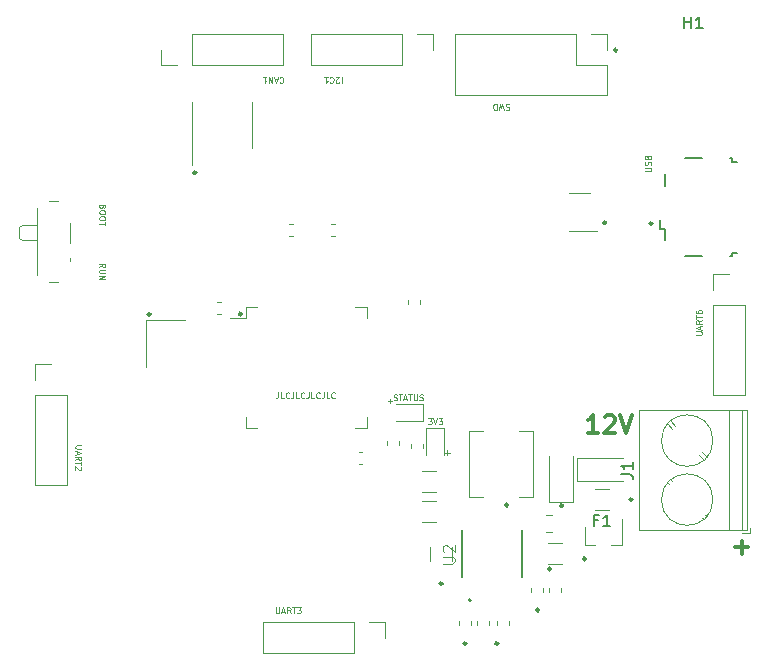
<source format=gbr>
G04 #@! TF.GenerationSoftware,KiCad,Pcbnew,5.1.5+dfsg1-2build2*
G04 #@! TF.CreationDate,2020-10-21T13:18:50+02:00*
G04 #@! TF.ProjectId,test_board,74657374-5f62-46f6-9172-642e6b696361,rev?*
G04 #@! TF.SameCoordinates,Original*
G04 #@! TF.FileFunction,Legend,Top*
G04 #@! TF.FilePolarity,Positive*
%FSLAX46Y46*%
G04 Gerber Fmt 4.6, Leading zero omitted, Abs format (unit mm)*
G04 Created by KiCad (PCBNEW 5.1.5+dfsg1-2build2) date 2020-10-21 13:18:50*
%MOMM*%
%LPD*%
G04 APERTURE LIST*
%ADD10C,0.100000*%
%ADD11C,0.300000*%
%ADD12C,0.250000*%
%ADD13C,0.120000*%
%ADD14C,0.150000*%
%ADD15C,0.200000*%
%ADD16C,0.127000*%
%ADD17C,0.015000*%
G04 APERTURE END LIST*
D10*
X47170476Y-113856190D02*
X47170476Y-114213333D01*
X47146666Y-114284761D01*
X47099047Y-114332380D01*
X47027619Y-114356190D01*
X46980000Y-114356190D01*
X47646666Y-114356190D02*
X47408571Y-114356190D01*
X47408571Y-113856190D01*
X48099047Y-114308571D02*
X48075238Y-114332380D01*
X48003809Y-114356190D01*
X47956190Y-114356190D01*
X47884761Y-114332380D01*
X47837142Y-114284761D01*
X47813333Y-114237142D01*
X47789523Y-114141904D01*
X47789523Y-114070476D01*
X47813333Y-113975238D01*
X47837142Y-113927619D01*
X47884761Y-113880000D01*
X47956190Y-113856190D01*
X48003809Y-113856190D01*
X48075238Y-113880000D01*
X48099047Y-113903809D01*
X48456190Y-113856190D02*
X48456190Y-114213333D01*
X48432380Y-114284761D01*
X48384761Y-114332380D01*
X48313333Y-114356190D01*
X48265714Y-114356190D01*
X48932380Y-114356190D02*
X48694285Y-114356190D01*
X48694285Y-113856190D01*
X49384761Y-114308571D02*
X49360952Y-114332380D01*
X49289523Y-114356190D01*
X49241904Y-114356190D01*
X49170476Y-114332380D01*
X49122857Y-114284761D01*
X49099047Y-114237142D01*
X49075238Y-114141904D01*
X49075238Y-114070476D01*
X49099047Y-113975238D01*
X49122857Y-113927619D01*
X49170476Y-113880000D01*
X49241904Y-113856190D01*
X49289523Y-113856190D01*
X49360952Y-113880000D01*
X49384761Y-113903809D01*
X49741904Y-113856190D02*
X49741904Y-114213333D01*
X49718095Y-114284761D01*
X49670476Y-114332380D01*
X49599047Y-114356190D01*
X49551428Y-114356190D01*
X50218095Y-114356190D02*
X49980000Y-114356190D01*
X49980000Y-113856190D01*
X50670476Y-114308571D02*
X50646666Y-114332380D01*
X50575238Y-114356190D01*
X50527619Y-114356190D01*
X50456190Y-114332380D01*
X50408571Y-114284761D01*
X50384761Y-114237142D01*
X50360952Y-114141904D01*
X50360952Y-114070476D01*
X50384761Y-113975238D01*
X50408571Y-113927619D01*
X50456190Y-113880000D01*
X50527619Y-113856190D01*
X50575238Y-113856190D01*
X50646666Y-113880000D01*
X50670476Y-113903809D01*
X51027619Y-113856190D02*
X51027619Y-114213333D01*
X51003809Y-114284761D01*
X50956190Y-114332380D01*
X50884761Y-114356190D01*
X50837142Y-114356190D01*
X51503809Y-114356190D02*
X51265714Y-114356190D01*
X51265714Y-113856190D01*
X51956190Y-114308571D02*
X51932380Y-114332380D01*
X51860952Y-114356190D01*
X51813333Y-114356190D01*
X51741904Y-114332380D01*
X51694285Y-114284761D01*
X51670476Y-114237142D01*
X51646666Y-114141904D01*
X51646666Y-114070476D01*
X51670476Y-113975238D01*
X51694285Y-113927619D01*
X51741904Y-113880000D01*
X51813333Y-113856190D01*
X51860952Y-113856190D01*
X51932380Y-113880000D01*
X51956190Y-113903809D01*
D11*
X85818571Y-126977142D02*
X86961428Y-126977142D01*
X86390000Y-127548571D02*
X86390000Y-126405714D01*
D12*
X75850000Y-84870000D02*
G75*
G03X75850000Y-84870000I-120000J0D01*
G01*
X78850000Y-99550000D02*
G75*
G03X78850000Y-99550000I-120000J0D01*
G01*
D10*
X56449523Y-114565714D02*
X56830476Y-114565714D01*
X56640000Y-114756190D02*
X56640000Y-114375238D01*
X61299523Y-118965714D02*
X61680476Y-118965714D01*
X61490000Y-119156190D02*
X61490000Y-118775238D01*
D12*
X44070000Y-107220000D02*
G75*
G03X44070000Y-107220000I-120000J0D01*
G01*
X36350000Y-107240000D02*
G75*
G03X36350000Y-107240000I-120000J0D01*
G01*
X40210000Y-95240000D02*
G75*
G03X40210000Y-95240000I-120000J0D01*
G01*
X74920000Y-99480000D02*
G75*
G03X74920000Y-99480000I-120000J0D01*
G01*
X66630000Y-123380000D02*
G75*
G03X66630000Y-123380000I-120000J0D01*
G01*
X71270000Y-123440000D02*
G75*
G03X71270000Y-123440000I-120000J0D01*
G01*
X77160000Y-122930000D02*
G75*
G03X77160000Y-122930000I-120000J0D01*
G01*
X73210000Y-127950000D02*
G75*
G03X73210000Y-127950000I-120000J0D01*
G01*
X70260000Y-128800000D02*
G75*
G03X70260000Y-128800000I-120000J0D01*
G01*
X69260000Y-132270000D02*
G75*
G03X69260000Y-132270000I-120000J0D01*
G01*
X65780000Y-135110000D02*
G75*
G03X65780000Y-135110000I-120000J0D01*
G01*
X63090000Y-135120000D02*
G75*
G03X63090000Y-135120000I-120000J0D01*
G01*
X61080000Y-130050000D02*
G75*
G03X61080000Y-130050000I-120000J0D01*
G01*
D10*
X59832952Y-116058190D02*
X60142476Y-116058190D01*
X59975809Y-116248666D01*
X60047238Y-116248666D01*
X60094857Y-116272476D01*
X60118666Y-116296285D01*
X60142476Y-116343904D01*
X60142476Y-116462952D01*
X60118666Y-116510571D01*
X60094857Y-116534380D01*
X60047238Y-116558190D01*
X59904380Y-116558190D01*
X59856761Y-116534380D01*
X59832952Y-116510571D01*
X60285333Y-116058190D02*
X60452000Y-116558190D01*
X60618666Y-116058190D01*
X60737714Y-116058190D02*
X61047238Y-116058190D01*
X60880571Y-116248666D01*
X60952000Y-116248666D01*
X60999619Y-116272476D01*
X61023428Y-116296285D01*
X61047238Y-116343904D01*
X61047238Y-116462952D01*
X61023428Y-116510571D01*
X60999619Y-116534380D01*
X60952000Y-116558190D01*
X60809142Y-116558190D01*
X60761523Y-116534380D01*
X60737714Y-116510571D01*
X56927904Y-114502380D02*
X56999333Y-114526190D01*
X57118380Y-114526190D01*
X57166000Y-114502380D01*
X57189809Y-114478571D01*
X57213619Y-114430952D01*
X57213619Y-114383333D01*
X57189809Y-114335714D01*
X57166000Y-114311904D01*
X57118380Y-114288095D01*
X57023142Y-114264285D01*
X56975523Y-114240476D01*
X56951714Y-114216666D01*
X56927904Y-114169047D01*
X56927904Y-114121428D01*
X56951714Y-114073809D01*
X56975523Y-114050000D01*
X57023142Y-114026190D01*
X57142190Y-114026190D01*
X57213619Y-114050000D01*
X57356476Y-114026190D02*
X57642190Y-114026190D01*
X57499333Y-114526190D02*
X57499333Y-114026190D01*
X57785047Y-114383333D02*
X58023142Y-114383333D01*
X57737428Y-114526190D02*
X57904095Y-114026190D01*
X58070761Y-114526190D01*
X58166000Y-114026190D02*
X58451714Y-114026190D01*
X58308857Y-114526190D02*
X58308857Y-114026190D01*
X58618380Y-114026190D02*
X58618380Y-114430952D01*
X58642190Y-114478571D01*
X58666000Y-114502380D01*
X58713619Y-114526190D01*
X58808857Y-114526190D01*
X58856476Y-114502380D01*
X58880285Y-114478571D01*
X58904095Y-114430952D01*
X58904095Y-114026190D01*
X59118380Y-114502380D02*
X59189809Y-114526190D01*
X59308857Y-114526190D01*
X59356476Y-114502380D01*
X59380285Y-114478571D01*
X59404095Y-114430952D01*
X59404095Y-114383333D01*
X59380285Y-114335714D01*
X59356476Y-114311904D01*
X59308857Y-114288095D01*
X59213619Y-114264285D01*
X59166000Y-114240476D01*
X59142190Y-114216666D01*
X59118380Y-114169047D01*
X59118380Y-114121428D01*
X59142190Y-114073809D01*
X59166000Y-114050000D01*
X59213619Y-114026190D01*
X59332666Y-114026190D01*
X59404095Y-114050000D01*
X32031809Y-103262952D02*
X32269904Y-103096285D01*
X32031809Y-102977238D02*
X32531809Y-102977238D01*
X32531809Y-103167714D01*
X32508000Y-103215333D01*
X32484190Y-103239142D01*
X32436571Y-103262952D01*
X32365142Y-103262952D01*
X32317523Y-103239142D01*
X32293714Y-103215333D01*
X32269904Y-103167714D01*
X32269904Y-102977238D01*
X32531809Y-103477238D02*
X32127047Y-103477238D01*
X32079428Y-103501047D01*
X32055619Y-103524857D01*
X32031809Y-103572476D01*
X32031809Y-103667714D01*
X32055619Y-103715333D01*
X32079428Y-103739142D01*
X32127047Y-103762952D01*
X32531809Y-103762952D01*
X32031809Y-104001047D02*
X32531809Y-104001047D01*
X32031809Y-104286761D01*
X32531809Y-104286761D01*
X32293714Y-98127428D02*
X32269904Y-98198857D01*
X32246095Y-98222666D01*
X32198476Y-98246476D01*
X32127047Y-98246476D01*
X32079428Y-98222666D01*
X32055619Y-98198857D01*
X32031809Y-98151238D01*
X32031809Y-97960761D01*
X32531809Y-97960761D01*
X32531809Y-98127428D01*
X32508000Y-98175047D01*
X32484190Y-98198857D01*
X32436571Y-98222666D01*
X32388952Y-98222666D01*
X32341333Y-98198857D01*
X32317523Y-98175047D01*
X32293714Y-98127428D01*
X32293714Y-97960761D01*
X32531809Y-98556000D02*
X32531809Y-98651238D01*
X32508000Y-98698857D01*
X32460380Y-98746476D01*
X32365142Y-98770285D01*
X32198476Y-98770285D01*
X32103238Y-98746476D01*
X32055619Y-98698857D01*
X32031809Y-98651238D01*
X32031809Y-98556000D01*
X32055619Y-98508380D01*
X32103238Y-98460761D01*
X32198476Y-98436952D01*
X32365142Y-98436952D01*
X32460380Y-98460761D01*
X32508000Y-98508380D01*
X32531809Y-98556000D01*
X32531809Y-99079809D02*
X32531809Y-99175047D01*
X32508000Y-99222666D01*
X32460380Y-99270285D01*
X32365142Y-99294095D01*
X32198476Y-99294095D01*
X32103238Y-99270285D01*
X32055619Y-99222666D01*
X32031809Y-99175047D01*
X32031809Y-99079809D01*
X32055619Y-99032190D01*
X32103238Y-98984571D01*
X32198476Y-98960761D01*
X32365142Y-98960761D01*
X32460380Y-98984571D01*
X32508000Y-99032190D01*
X32531809Y-99079809D01*
X32531809Y-99436952D02*
X32531809Y-99722666D01*
X32031809Y-99579809D02*
X32531809Y-99579809D01*
X78212190Y-95118952D02*
X78616952Y-95118952D01*
X78664571Y-95095142D01*
X78688380Y-95071333D01*
X78712190Y-95023714D01*
X78712190Y-94928476D01*
X78688380Y-94880857D01*
X78664571Y-94857047D01*
X78616952Y-94833238D01*
X78212190Y-94833238D01*
X78688380Y-94618952D02*
X78712190Y-94547523D01*
X78712190Y-94428476D01*
X78688380Y-94380857D01*
X78664571Y-94357047D01*
X78616952Y-94333238D01*
X78569333Y-94333238D01*
X78521714Y-94357047D01*
X78497904Y-94380857D01*
X78474095Y-94428476D01*
X78450285Y-94523714D01*
X78426476Y-94571333D01*
X78402666Y-94595142D01*
X78355047Y-94618952D01*
X78307428Y-94618952D01*
X78259809Y-94595142D01*
X78236000Y-94571333D01*
X78212190Y-94523714D01*
X78212190Y-94404666D01*
X78236000Y-94333238D01*
X78450285Y-93952285D02*
X78474095Y-93880857D01*
X78497904Y-93857047D01*
X78545523Y-93833238D01*
X78616952Y-93833238D01*
X78664571Y-93857047D01*
X78688380Y-93880857D01*
X78712190Y-93928476D01*
X78712190Y-94118952D01*
X78212190Y-94118952D01*
X78212190Y-93952285D01*
X78236000Y-93904666D01*
X78259809Y-93880857D01*
X78307428Y-93857047D01*
X78355047Y-93857047D01*
X78402666Y-93880857D01*
X78426476Y-93904666D01*
X78450285Y-93952285D01*
X78450285Y-94118952D01*
X66718571Y-89459619D02*
X66647142Y-89435809D01*
X66528095Y-89435809D01*
X66480476Y-89459619D01*
X66456666Y-89483428D01*
X66432857Y-89531047D01*
X66432857Y-89578666D01*
X66456666Y-89626285D01*
X66480476Y-89650095D01*
X66528095Y-89673904D01*
X66623333Y-89697714D01*
X66670952Y-89721523D01*
X66694761Y-89745333D01*
X66718571Y-89792952D01*
X66718571Y-89840571D01*
X66694761Y-89888190D01*
X66670952Y-89912000D01*
X66623333Y-89935809D01*
X66504285Y-89935809D01*
X66432857Y-89912000D01*
X66266190Y-89935809D02*
X66147142Y-89435809D01*
X66051904Y-89792952D01*
X65956666Y-89435809D01*
X65837619Y-89935809D01*
X65647142Y-89435809D02*
X65647142Y-89935809D01*
X65528095Y-89935809D01*
X65456666Y-89912000D01*
X65409047Y-89864380D01*
X65385238Y-89816761D01*
X65361428Y-89721523D01*
X65361428Y-89650095D01*
X65385238Y-89554857D01*
X65409047Y-89507238D01*
X65456666Y-89459619D01*
X65528095Y-89435809D01*
X65647142Y-89435809D01*
X47295523Y-87197428D02*
X47319333Y-87173619D01*
X47390761Y-87149809D01*
X47438380Y-87149809D01*
X47509809Y-87173619D01*
X47557428Y-87221238D01*
X47581238Y-87268857D01*
X47605047Y-87364095D01*
X47605047Y-87435523D01*
X47581238Y-87530761D01*
X47557428Y-87578380D01*
X47509809Y-87626000D01*
X47438380Y-87649809D01*
X47390761Y-87649809D01*
X47319333Y-87626000D01*
X47295523Y-87602190D01*
X47105047Y-87292666D02*
X46866952Y-87292666D01*
X47152666Y-87149809D02*
X46986000Y-87649809D01*
X46819333Y-87149809D01*
X46652666Y-87149809D02*
X46652666Y-87649809D01*
X46366952Y-87149809D01*
X46366952Y-87649809D01*
X45866952Y-87149809D02*
X46152666Y-87149809D01*
X46009809Y-87149809D02*
X46009809Y-87649809D01*
X46057428Y-87578380D01*
X46105047Y-87530761D01*
X46152666Y-87506952D01*
X52542190Y-87149809D02*
X52542190Y-87649809D01*
X52327904Y-87602190D02*
X52304095Y-87626000D01*
X52256476Y-87649809D01*
X52137428Y-87649809D01*
X52089809Y-87626000D01*
X52066000Y-87602190D01*
X52042190Y-87554571D01*
X52042190Y-87506952D01*
X52066000Y-87435523D01*
X52351714Y-87149809D01*
X52042190Y-87149809D01*
X51542190Y-87197428D02*
X51566000Y-87173619D01*
X51637428Y-87149809D01*
X51685047Y-87149809D01*
X51756476Y-87173619D01*
X51804095Y-87221238D01*
X51827904Y-87268857D01*
X51851714Y-87364095D01*
X51851714Y-87435523D01*
X51827904Y-87530761D01*
X51804095Y-87578380D01*
X51756476Y-87626000D01*
X51685047Y-87649809D01*
X51637428Y-87649809D01*
X51566000Y-87626000D01*
X51542190Y-87602190D01*
X51066000Y-87149809D02*
X51351714Y-87149809D01*
X51208857Y-87149809D02*
X51208857Y-87649809D01*
X51256476Y-87578380D01*
X51304095Y-87530761D01*
X51351714Y-87506952D01*
X30499809Y-118344285D02*
X30095047Y-118344285D01*
X30047428Y-118368095D01*
X30023619Y-118391904D01*
X29999809Y-118439523D01*
X29999809Y-118534761D01*
X30023619Y-118582380D01*
X30047428Y-118606190D01*
X30095047Y-118630000D01*
X30499809Y-118630000D01*
X30142666Y-118844285D02*
X30142666Y-119082380D01*
X29999809Y-118796666D02*
X30499809Y-118963333D01*
X29999809Y-119130000D01*
X29999809Y-119582380D02*
X30237904Y-119415714D01*
X29999809Y-119296666D02*
X30499809Y-119296666D01*
X30499809Y-119487142D01*
X30476000Y-119534761D01*
X30452190Y-119558571D01*
X30404571Y-119582380D01*
X30333142Y-119582380D01*
X30285523Y-119558571D01*
X30261714Y-119534761D01*
X30237904Y-119487142D01*
X30237904Y-119296666D01*
X30499809Y-119725238D02*
X30499809Y-120010952D01*
X29999809Y-119868095D02*
X30499809Y-119868095D01*
X30452190Y-120153809D02*
X30476000Y-120177619D01*
X30499809Y-120225238D01*
X30499809Y-120344285D01*
X30476000Y-120391904D01*
X30452190Y-120415714D01*
X30404571Y-120439523D01*
X30356952Y-120439523D01*
X30285523Y-120415714D01*
X29999809Y-120130000D01*
X29999809Y-120439523D01*
X46970285Y-132060190D02*
X46970285Y-132464952D01*
X46994095Y-132512571D01*
X47017904Y-132536380D01*
X47065523Y-132560190D01*
X47160761Y-132560190D01*
X47208380Y-132536380D01*
X47232190Y-132512571D01*
X47256000Y-132464952D01*
X47256000Y-132060190D01*
X47470285Y-132417333D02*
X47708380Y-132417333D01*
X47422666Y-132560190D02*
X47589333Y-132060190D01*
X47756000Y-132560190D01*
X48208380Y-132560190D02*
X48041714Y-132322095D01*
X47922666Y-132560190D02*
X47922666Y-132060190D01*
X48113142Y-132060190D01*
X48160761Y-132084000D01*
X48184571Y-132107809D01*
X48208380Y-132155428D01*
X48208380Y-132226857D01*
X48184571Y-132274476D01*
X48160761Y-132298285D01*
X48113142Y-132322095D01*
X47922666Y-132322095D01*
X48351238Y-132060190D02*
X48636952Y-132060190D01*
X48494095Y-132560190D02*
X48494095Y-132060190D01*
X48756000Y-132060190D02*
X49065523Y-132060190D01*
X48898857Y-132250666D01*
X48970285Y-132250666D01*
X49017904Y-132274476D01*
X49041714Y-132298285D01*
X49065523Y-132345904D01*
X49065523Y-132464952D01*
X49041714Y-132512571D01*
X49017904Y-132536380D01*
X48970285Y-132560190D01*
X48827428Y-132560190D01*
X48779809Y-132536380D01*
X48756000Y-132512571D01*
X82530190Y-108985714D02*
X82934952Y-108985714D01*
X82982571Y-108961904D01*
X83006380Y-108938095D01*
X83030190Y-108890476D01*
X83030190Y-108795238D01*
X83006380Y-108747619D01*
X82982571Y-108723809D01*
X82934952Y-108700000D01*
X82530190Y-108700000D01*
X82887333Y-108485714D02*
X82887333Y-108247619D01*
X83030190Y-108533333D02*
X82530190Y-108366666D01*
X83030190Y-108200000D01*
X83030190Y-107747619D02*
X82792095Y-107914285D01*
X83030190Y-108033333D02*
X82530190Y-108033333D01*
X82530190Y-107842857D01*
X82554000Y-107795238D01*
X82577809Y-107771428D01*
X82625428Y-107747619D01*
X82696857Y-107747619D01*
X82744476Y-107771428D01*
X82768285Y-107795238D01*
X82792095Y-107842857D01*
X82792095Y-108033333D01*
X82530190Y-107604761D02*
X82530190Y-107319047D01*
X83030190Y-107461904D02*
X82530190Y-107461904D01*
X82530190Y-106938095D02*
X82530190Y-107033333D01*
X82554000Y-107080952D01*
X82577809Y-107104761D01*
X82649238Y-107152380D01*
X82744476Y-107176190D01*
X82934952Y-107176190D01*
X82982571Y-107152380D01*
X83006380Y-107128571D01*
X83030190Y-107080952D01*
X83030190Y-106985714D01*
X83006380Y-106938095D01*
X82982571Y-106914285D01*
X82934952Y-106890476D01*
X82815904Y-106890476D01*
X82768285Y-106914285D01*
X82744476Y-106938095D01*
X82720666Y-106985714D01*
X82720666Y-107080952D01*
X82744476Y-107128571D01*
X82768285Y-107152380D01*
X82815904Y-107176190D01*
D11*
X74255428Y-117264571D02*
X73398285Y-117264571D01*
X73826857Y-117264571D02*
X73826857Y-115764571D01*
X73684000Y-115978857D01*
X73541142Y-116121714D01*
X73398285Y-116193142D01*
X74826857Y-115907428D02*
X74898285Y-115836000D01*
X75041142Y-115764571D01*
X75398285Y-115764571D01*
X75541142Y-115836000D01*
X75612571Y-115907428D01*
X75684000Y-116050285D01*
X75684000Y-116193142D01*
X75612571Y-116407428D01*
X74755428Y-117264571D01*
X75684000Y-117264571D01*
X76112571Y-115764571D02*
X76612571Y-117264571D01*
X77112571Y-115764571D01*
D13*
X56194000Y-133290000D02*
X56194000Y-134620000D01*
X54864000Y-133290000D02*
X56194000Y-133290000D01*
X53594000Y-133290000D02*
X53594000Y-135950000D01*
X53594000Y-135950000D02*
X45914000Y-135950000D01*
X53594000Y-133290000D02*
X45914000Y-133290000D01*
X45914000Y-133290000D02*
X45914000Y-135950000D01*
X84014000Y-103826000D02*
X85344000Y-103826000D01*
X84014000Y-105156000D02*
X84014000Y-103826000D01*
X84014000Y-106426000D02*
X86674000Y-106426000D01*
X86674000Y-106426000D02*
X86674000Y-114106000D01*
X84014000Y-106426000D02*
X84014000Y-114106000D01*
X84014000Y-114106000D02*
X86674000Y-114106000D01*
X42326779Y-107190000D02*
X42001221Y-107190000D01*
X42326779Y-106170000D02*
X42001221Y-106170000D01*
X53964721Y-119890000D02*
X54290279Y-119890000D01*
X53964721Y-118870000D02*
X54290279Y-118870000D01*
X58164000Y-106334779D02*
X58164000Y-106009221D01*
X59184000Y-106334779D02*
X59184000Y-106009221D01*
X71214064Y-128418000D02*
X70009936Y-128418000D01*
X71214064Y-126598000D02*
X70009936Y-126598000D01*
X61870000Y-128110064D02*
X61870000Y-126905936D01*
X60050000Y-128110064D02*
X60050000Y-126905936D01*
X60546064Y-120502000D02*
X59341936Y-120502000D01*
X60546064Y-122322000D02*
X59341936Y-122322000D01*
X60546064Y-124862000D02*
X59341936Y-124862000D01*
X60546064Y-123042000D02*
X59341936Y-123042000D01*
X59397000Y-114835000D02*
X57112000Y-114835000D01*
X59397000Y-116305000D02*
X59397000Y-114835000D01*
X57112000Y-116305000D02*
X59397000Y-116305000D01*
X70120000Y-123154000D02*
X72120000Y-123154000D01*
X72120000Y-123154000D02*
X72120000Y-119254000D01*
X70120000Y-123154000D02*
X70120000Y-119254000D01*
X72426000Y-119396000D02*
X76326000Y-119396000D01*
X72426000Y-121396000D02*
X76326000Y-121396000D01*
X72426000Y-119396000D02*
X72426000Y-121396000D01*
X61187000Y-119164000D02*
X61187000Y-116879000D01*
X61187000Y-116879000D02*
X59717000Y-116879000D01*
X59717000Y-116879000D02*
X59717000Y-119164000D01*
X75154064Y-123846000D02*
X73949936Y-123846000D01*
X75154064Y-122026000D02*
X73949936Y-122026000D01*
X69845422Y-124258000D02*
X70362578Y-124258000D01*
X69845422Y-125678000D02*
X70362578Y-125678000D01*
X83968000Y-122936000D02*
G75*
G03X83968000Y-122936000I-2180000J0D01*
G01*
X83968000Y-117936000D02*
G75*
G03X83968000Y-117936000I-2180000J0D01*
G01*
X86388000Y-125496000D02*
X86388000Y-115376000D01*
X85288000Y-125496000D02*
X85288000Y-115376000D01*
X77728000Y-125496000D02*
X77728000Y-115376000D01*
X86848000Y-125496000D02*
X86848000Y-115376000D01*
X77728000Y-125496000D02*
X86848000Y-125496000D01*
X77728000Y-115376000D02*
X86848000Y-115376000D01*
X80400000Y-121282000D02*
X80507000Y-121389000D01*
X83335000Y-124218000D02*
X83442000Y-124324000D01*
X80134000Y-121548000D02*
X80241000Y-121655000D01*
X83069000Y-124484000D02*
X83176000Y-124590000D01*
X80400000Y-116282000D02*
X80796000Y-116677000D01*
X83062000Y-118943000D02*
X83442000Y-119323000D01*
X80134000Y-116548000D02*
X80514000Y-116928000D01*
X82780000Y-119194000D02*
X83176000Y-119589000D01*
X86448000Y-125736000D02*
X87088000Y-125736000D01*
X87088000Y-125736000D02*
X87088000Y-125336000D01*
D14*
X81646000Y-102346400D02*
X83046000Y-102346400D01*
X85446000Y-102346400D02*
X85596000Y-102346400D01*
X85596000Y-102346400D02*
X85596000Y-102046400D01*
X85596000Y-102046400D02*
X86046000Y-102046400D01*
X86046000Y-94346400D02*
X85596000Y-94346400D01*
X85596000Y-94346400D02*
X85596000Y-94046400D01*
X85596000Y-94046400D02*
X85446000Y-94046400D01*
X83046000Y-94046400D02*
X81646000Y-94046400D01*
X79471000Y-99271400D02*
X79471000Y-99996400D01*
X79471000Y-99996400D02*
X79896000Y-99996400D01*
X79896000Y-99996400D02*
X79896000Y-100996400D01*
X79896000Y-96396400D02*
X79896000Y-95396400D01*
D13*
X60258000Y-83506000D02*
X60258000Y-84836000D01*
X58928000Y-83506000D02*
X60258000Y-83506000D01*
X57658000Y-83506000D02*
X57658000Y-86166000D01*
X57658000Y-86166000D02*
X49978000Y-86166000D01*
X57658000Y-83506000D02*
X49978000Y-83506000D01*
X49978000Y-83506000D02*
X49978000Y-86166000D01*
X26610000Y-121726000D02*
X29270000Y-121726000D01*
X26610000Y-114046000D02*
X26610000Y-121726000D01*
X29270000Y-114046000D02*
X29270000Y-121726000D01*
X26610000Y-114046000D02*
X29270000Y-114046000D01*
X26610000Y-112776000D02*
X26610000Y-111446000D01*
X26610000Y-111446000D02*
X27940000Y-111446000D01*
X62170000Y-83506000D02*
X62170000Y-88706000D01*
X72390000Y-83506000D02*
X62170000Y-83506000D01*
X74990000Y-88706000D02*
X62170000Y-88706000D01*
X72390000Y-83506000D02*
X72390000Y-86106000D01*
X72390000Y-86106000D02*
X74990000Y-86106000D01*
X74990000Y-86106000D02*
X74990000Y-88706000D01*
X73660000Y-83506000D02*
X74990000Y-83506000D01*
X74990000Y-83506000D02*
X74990000Y-84836000D01*
X47558000Y-86166000D02*
X47558000Y-83506000D01*
X39878000Y-86166000D02*
X47558000Y-86166000D01*
X39878000Y-83506000D02*
X47558000Y-83506000D01*
X39878000Y-86166000D02*
X39878000Y-83506000D01*
X38608000Y-86166000D02*
X37278000Y-86166000D01*
X37278000Y-86166000D02*
X37278000Y-84836000D01*
X63340000Y-122688000D02*
X63340000Y-117088000D01*
X68740000Y-122688000D02*
X68740000Y-117088000D01*
X63340000Y-122688000D02*
X64490000Y-122688000D01*
X68740000Y-122688000D02*
X67590000Y-122688000D01*
X63340000Y-117088000D02*
X64490000Y-117088000D01*
X68740000Y-117088000D02*
X67590000Y-117088000D01*
X73096000Y-126744000D02*
X74026000Y-126744000D01*
X76256000Y-126744000D02*
X75326000Y-126744000D01*
X76256000Y-126744000D02*
X76256000Y-124584000D01*
X73096000Y-126744000D02*
X73096000Y-125284000D01*
X56386000Y-117972721D02*
X56386000Y-118298279D01*
X57406000Y-117972721D02*
X57406000Y-118298279D01*
X70102000Y-130393221D02*
X70102000Y-130718779D01*
X71122000Y-130393221D02*
X71122000Y-130718779D01*
X68578000Y-130718779D02*
X68578000Y-130393221D01*
X69598000Y-130718779D02*
X69598000Y-130393221D01*
X51978779Y-100586000D02*
X51653221Y-100586000D01*
X51978779Y-99566000D02*
X51653221Y-99566000D01*
X48097221Y-100586000D02*
X48422779Y-100586000D01*
X48097221Y-99566000D02*
X48422779Y-99566000D01*
X65657000Y-133512779D02*
X65657000Y-133187221D01*
X66677000Y-133512779D02*
X66677000Y-133187221D01*
X65026000Y-133187221D02*
X65026000Y-133512779D01*
X64006000Y-133187221D02*
X64006000Y-133512779D01*
X63502000Y-133512779D02*
X63502000Y-133187221D01*
X62482000Y-133512779D02*
X62482000Y-133187221D01*
X58418000Y-118201221D02*
X58418000Y-118526779D01*
X59438000Y-118201221D02*
X59438000Y-118526779D01*
X29568000Y-102492000D02*
X29568000Y-102692000D01*
X25428000Y-99692000D02*
X25218000Y-99892000D01*
X25428000Y-100992000D02*
X25218000Y-100792000D01*
X26718000Y-99692000D02*
X25428000Y-99692000D01*
X25218000Y-99892000D02*
X25218000Y-100792000D01*
X25428000Y-100992000D02*
X26718000Y-100992000D01*
X26718000Y-98242000D02*
X26718000Y-103942000D01*
X29568000Y-99492000D02*
X29568000Y-101192000D01*
X28518000Y-97642000D02*
X27728000Y-97642000D01*
X27728000Y-104542000D02*
X28518000Y-104542000D01*
X53690000Y-116870000D02*
X54640000Y-116870000D01*
X54640000Y-116870000D02*
X54640000Y-115920000D01*
X45370000Y-116870000D02*
X44420000Y-116870000D01*
X44420000Y-116870000D02*
X44420000Y-115920000D01*
X53690000Y-106650000D02*
X54640000Y-106650000D01*
X54640000Y-106650000D02*
X54640000Y-107600000D01*
X45370000Y-106650000D02*
X44420000Y-106650000D01*
X44420000Y-106650000D02*
X44420000Y-107600000D01*
X44420000Y-107600000D02*
X43080000Y-107600000D01*
D15*
X63473000Y-131458000D02*
G75*
G03X63473000Y-131458000I-100000J0D01*
G01*
D16*
X67797000Y-129498000D02*
X67797000Y-125518000D01*
X62759000Y-125518000D02*
X62759000Y-129498000D01*
D13*
X73544000Y-96942000D02*
X71744000Y-96942000D01*
X71744000Y-100162000D02*
X74194000Y-100162000D01*
X44978000Y-91186000D02*
X44978000Y-89236000D01*
X44978000Y-91186000D02*
X44978000Y-93136000D01*
X39858000Y-91186000D02*
X39858000Y-89236000D01*
X39858000Y-91186000D02*
X39858000Y-94636000D01*
X39242000Y-107728000D02*
X35942000Y-107728000D01*
X35942000Y-107728000D02*
X35942000Y-111728000D01*
D14*
X74218666Y-124684571D02*
X73885333Y-124684571D01*
X73885333Y-125208380D02*
X73885333Y-124208380D01*
X74361523Y-124208380D01*
X75266285Y-125208380D02*
X74694857Y-125208380D01*
X74980571Y-125208380D02*
X74980571Y-124208380D01*
X74885333Y-124351238D01*
X74790095Y-124446476D01*
X74694857Y-124494095D01*
X81534095Y-83036380D02*
X81534095Y-82036380D01*
X81534095Y-82512571D02*
X82105523Y-82512571D01*
X82105523Y-83036380D02*
X82105523Y-82036380D01*
X83105523Y-83036380D02*
X82534095Y-83036380D01*
X82819809Y-83036380D02*
X82819809Y-82036380D01*
X82724571Y-82179238D01*
X82629333Y-82274476D01*
X82534095Y-82322095D01*
X76180380Y-120769333D02*
X76894666Y-120769333D01*
X77037523Y-120816952D01*
X77132761Y-120912190D01*
X77180380Y-121055047D01*
X77180380Y-121150285D01*
X77180380Y-119769333D02*
X77180380Y-120340761D01*
X77180380Y-120055047D02*
X76180380Y-120055047D01*
X76323238Y-120150285D01*
X76418476Y-120245523D01*
X76466095Y-120340761D01*
D17*
X61095380Y-128344904D02*
X61904904Y-128344904D01*
X62000142Y-128297285D01*
X62047761Y-128249666D01*
X62095380Y-128154428D01*
X62095380Y-127963952D01*
X62047761Y-127868714D01*
X62000142Y-127821095D01*
X61904904Y-127773476D01*
X61095380Y-127773476D01*
X61190619Y-127344904D02*
X61143000Y-127297285D01*
X61095380Y-127202047D01*
X61095380Y-126963952D01*
X61143000Y-126868714D01*
X61190619Y-126821095D01*
X61285857Y-126773476D01*
X61381095Y-126773476D01*
X61523952Y-126821095D01*
X62095380Y-127392523D01*
X62095380Y-126773476D01*
M02*

</source>
